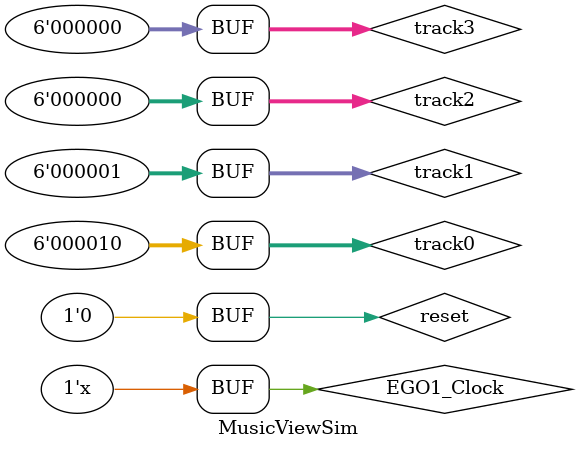
<source format=v>
module MusicViewSim (
);
    reg EGO1_Clock = 0, reset = 1;
    always #5 EGO1_Clock = ~EGO1_Clock;
    reg[5:0] track0=0, track1=0, track2=0, track3=0;

    wire[7:0] EGO1_DigitalTubes_Enable;
    wire[15:0] seg_out;
    MusicView_for_sim     mv(EGO1_Clock, reset, track0, track1, track2, track3, EGO1_DigitalTubes_Enable, seg_out);
    initial begin
        #10 reset = 0;
        track0 = 5'b0000_0010;
        track1 = 5'b0000_0001;
    end
endmodule
</source>
